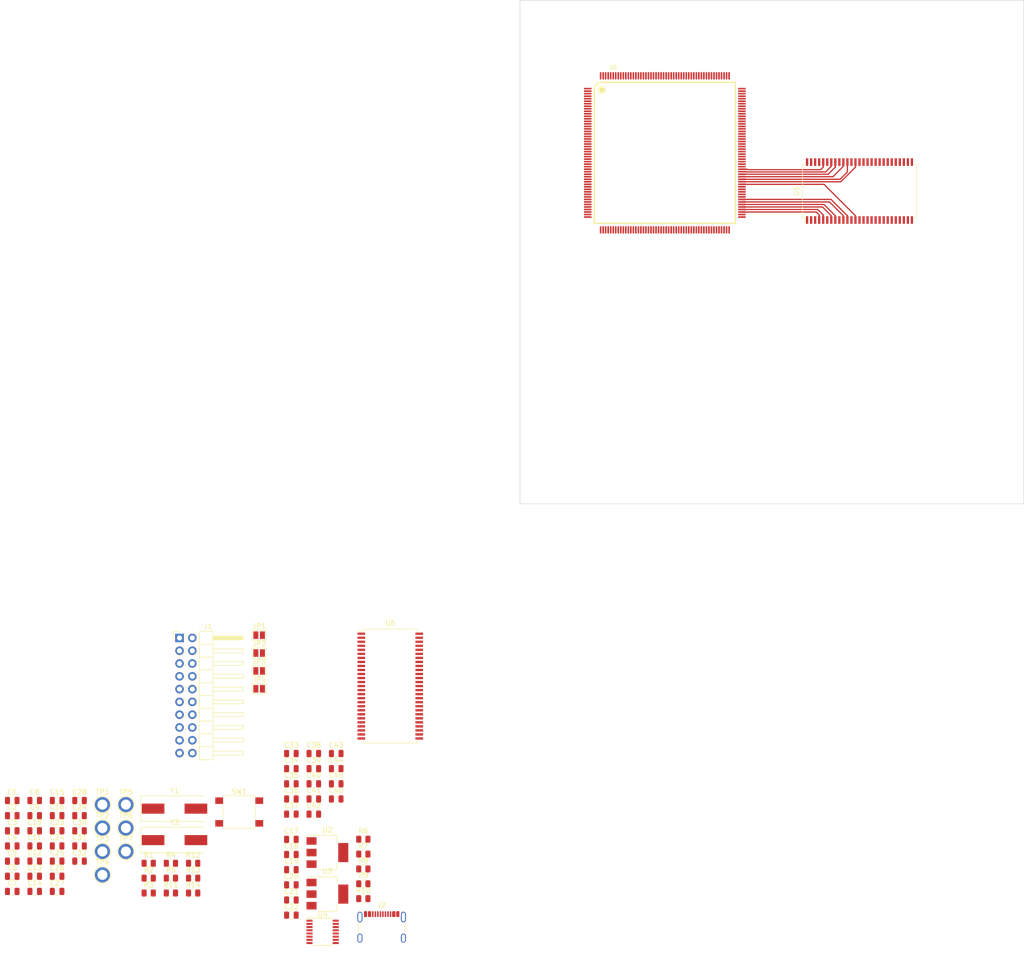
<source format=kicad_pcb>
(kicad_pcb (version 20221018) (generator pcbnew)
  (layers (0 "F.Cu" signal) (31 "B.Cu" signal) (34 "B.Paste" user) (35 "F.Paste" user) (36 "B.SilkS" user "B.Silkscreen") (37 "F.SilkS" user "F.Silkscreen") (38 "B.Mask" user) (39 "F.Mask" user) (44 "Edge.Cuts" user))
  (net 0 "")
  (net 1 "3V3")
  (net 2 "1V8")
  (net 3 "Net-(U1-XOUT)")
  (net 4 "Net-(U1-XIN)")
  (net 5 "Net-(U1-XOUT32)")
  (net 6 "Net-(U1-XIN32)")
  (net 7 "Net-(U4-3V3OUT)")
  (net 8 "Net-(U2-VI)")
  (net 9 "Net-(C19-Pad2)")
  (net 10 "Net-(C20-Pad2)")
  (net 11 "Net-(C23-Pad2)")
  (net 12 "Net-(U1-PLLRCA)")
  (net 13 "Net-(J1-Pin_3)")
  (net 14 "Net-(J1-Pin_5)")
  (net 15 "Net-(J1-Pin_7)")
  (net 16 "Net-(J1-Pin_9)")
  (net 17 "Net-(J1-Pin_11)")
  (net 18 "Net-(J1-Pin_13)")
  (net 19 "NRST")
  (net 20 "Net-(J1-Pin_17)")
  (net 21 "Net-(J1-Pin_19)")
  (net 22 "Net-(JP2-A)")
  (net 23 "Net-(U1-OSCSEL)")
  (net 24 "Net-(JP4-A)")
  (net 25 "Net-(U1-SHDN)")
  (net 26 "Net-(U1-WKUP)")
  (net 27 "Net-(U4-USBDM)")
  (net 28 "Net-(U4-USBDP)")
  (net 29 "Net-(U4-~{CTS})")
  (net 30 "Net-(J2-CC1)")
  (net 31 "Net-(J2-CC2)")
  (net 32 "PB14")
  (net 34 "PB15")
  (net 37 "BCD")
  (net 38 "SLEEP")
  (net 39 "D0")
  (net 40 "D1")
  (net 41 "D2")
  (net 42 "D3")
  (net 43 "D4")
  (net 44 "D5")
  (net 45 "D6")
  (net 46 "D7")
  (net 47 "A0")
  (net 48 "SDWE")
  (net 49 "CAS")
  (net 50 "RAS")
  (net 51 "SDCS")
  (net 52 "A16")
  (net 53 "A17")
  (net 54 "SDA10")
  (net 55 "A2")
  (net 56 "A3")
  (net 57 "A4")
  (net 58 "A5")
  (net 59 "A6")
  (net 60 "A7")
  (net 61 "A8")
  (net 62 "A9")
  (net 63 "A10")
  (net 64 "A11")
  (net 65 "A13")
  (net 66 "A14")
  (net 67 "SDCKE")
  (net 68 "SDCK")
  (net 69 "NBS1")
  (net 71 "D8")
  (net 72 "D9")
  (net 73 "D10")
  (net 74 "D11")
  (net 75 "D12")
  (net 76 "D13")
  (net 77 "D14")
  (net 78 "D15")
  (net 79 "D16")
  (net 80 "D17")
  (net 81 "D18")
  (net 82 "D19")
  (net 83 "D20")
  (net 84 "D21")
  (net 85 "D22")
  (net 86 "D23")
  (net 87 "A1")
  (net 88 "NBS3")
  (net 90 "D24")
  (net 91 "D25")
  (net 92 "D26")
  (net 93 "D27")
  (net 94 "D28")
  (net 95 "D29")
  (net 96 "D30")
  (net 97 "D31")
  (net 100 "PA24")
  (net 101 "PA25")
  (net 102 "PA26")
  (net 103 "PA27")
  (net 104 "PA28")
  (net 105 "PA29")
  (net 106 "PB0")
  (net 107 "PB1")
  (net 108 "PB2")
  (net 109 "PB3")
  (net 110 "PB4")
  (net 111 "PB5")
  (net 112 "PB6")
  (net 113 "PB7")
  (net 114 "PB8")
  (net 115 "PB9")
  (net 116 "PB16")
  (net 117 "PB17")
  (net 118 "PB18")
  (net 119 "PB19")
  (net 120 "Net-(JP1-B)")
  (net 122 "Net-(U1-JTAGSEL)")
  (net 123 "HDMA")
  (net 124 "HPDA")
  (net 125 "DDM")
  (net 126 "DDP")
  (net 128 "SPI0_NPCS1")
  (net 130 "NANDCS")
  (net 133 "A23")
  (net 136 "A24")
  (net 137 "NCS0")
  (net 138 "NRD")
  (net 139 "NWE")
  (net 140 "NANDOE")
  (net 141 "NANDWE")
  (net 142 "NANDCLE")
  (net 143 "NANDALE")
  (net 144 "A20")
  (net 145 "A19")
  (net 146 "A18")
  (net 147 "A15")
  (net 148 "A12")
  (net 149 "NWAIT")
  (net 153 "PB10")
  (net 154 "PB11")
  (net 155 "PB20")
  (net 156 "PB21")
  (net 157 "PB22")
  (net 158 "PB23")
  (net 159 "PB24")
  (net 160 "PB25")
  (net 161 "PB26")
  (net 162 "PB27")
  (net 163 "PB28")
  (net 164 "PB29")
  (net 165 "PB30")
  (net 166 "PB31")
  (net 167 "PA0")
  (net 168 "PA1")
  (net 169 "PA2")
  (net 170 "PA3")
  (net 171 "PA4")
  (net 172 "PA5")
  (net 173 "PA6")
  (net 174 "PA7")
  (net 175 "PA8")
  (net 176 "PA9")
  (net 177 "PA10")
  (net 178 "PA11")
  (net 179 "PA12")
  (net 180 "PA13")
  (net 181 "PA14")
  (net 182 "PA15")
  (net 183 "PA16")
  (net 184 "PA17")
  (net 185 "PA18")
  (net 186 "PA19")
  (net 187 "PA20")
  (net 188 "PA21")
  (net 189 "PA22")
  (net 190 "PA23")
  (net 191 "+1V8")
  (footprint "Capacitor_SMD:C_0805_2012Metric" (layer "F.Cu") (at -0.38 221.69)
    (fp_text reference "C22")
    (fp_text value "4.7uF")
  )
  (footprint "Capacitor_SMD:C_0805_2012Metric" (layer "F.Cu") (at -55.78 207.95)
    (fp_text reference "C4")
    (fp_text value "100nF")
  )
  (footprint "TestPoint:TestPoint_Plated_Hole_D2.0mm" (layer "F.Cu") (at -37.88 213.69)
    (fp_text reference "TP4")
    (fp_text value "A15")
  )
  (footprint "Capacitor_SMD:C_0805_2012Metric" (layer "F.Cu") (at -0.38 206.64)
    (fp_text reference "C17")
    (fp_text value "100nF")
  )
  (footprint "Capacitor_SMD:C_0805_2012Metric" (layer "F.Cu") (at -55.78 210.96)
    (fp_text reference "C5")
    (fp_text value "100nF")
  )
  (footprint "Capacitor_SMD:C_0805_2012Metric" (layer "F.Cu") (at -51.33 204.94)
    (fp_text reference "C10")
    (fp_text value "100nF")
  )
  (footprint "Resistor_SMD:R_0805_2012Metric" (layer "F.Cu") (at 13.9 215.46)
    (fp_text reference "R9")
    (fp_text value "5.1K")
  )
  (footprint "Capacitor_SMD:C_0805_2012Metric" (layer "F.Cu") (at 8.52 198.62)
    (fp_text reference "C46")
    (fp_text value "100nF")
  )
  (footprint "Capacitor_SMD:C_0805_2012Metric" (layer "F.Cu") (at -51.33 207.95)
    (fp_text reference "C11")
    (fp_text value "100nF")
  )
  (footprint "Capacitor_SMD:C_0805_2012Metric" (layer "F.Cu") (at 4.07 189.59)
    (fp_text reference "C38")
    (fp_text value "100nF")
  )
  (footprint "Jumper:SolderJumper-2_P1.3mm_Open_Pad1.0x1.5mm" (layer "F.Cu") (at -6.78 169.64)
    (fp_text reference "JP2")
    (fp_text value "SolderJumper_2_Open")
  )
  (footprint "Package_SO:TSOP-II-54_22.2x10.16mm_P0.8mm" (layer "F.Cu") (at 19.25 176.2)
    (fp_text reference "U6")
    (fp_text value "H57V2562GTR-75C")
  )
  (footprint "Capacitor_SMD:C_0805_2012Metric" (layer "F.Cu") (at 8.52 189.59)
    (fp_text reference "C43")
    (fp_text value "100nF")
  )
  (footprint "Capacitor_SMD:C_0805_2012Metric" (layer "F.Cu") (at -0.38 218.68)
    (fp_text reference "C21")
    (fp_text value "100nF")
  )
  (footprint "Button_Switch_SMD:SW_Push_1P1T_NO_6x6mm_H9.5mm" (layer "F.Cu") (at -10.73 201.205)
    (fp_text reference "SW1")
    (fp_text value "SW_Push")
  )
  (footprint "Resistor_SMD:R_0805_2012Metric" (layer "F.Cu") (at -28.7 217.29)
    (fp_text reference "R3")
    (fp_text value "100K")
  )
  (footprint "Resistor_SMD:R_0805_2012Metric" (layer "F.Cu") (at 13.9 212.51)
    (fp_text reference "R8")
    (fp_text value "100K")
  )
  (footprint "Resistor_SMD:R_0805_2012Metric" (layer "F.Cu") (at -24.29 217.29)
    (fp_text reference "R11")
    (fp_text value "100K")
  )
  (footprint "Capacitor_SMD:C_0805_2012Metric" (layer "F.Cu") (at -0.38 209.65)
    (fp_text reference "C18")
    (fp_text value "10nF")
  )
  (footprint "Capacitor_SMD:C_0805_2012Metric" (layer "F.Cu") (at -51.33 210.96)
    (fp_text reference "C12")
    (fp_text value "100nF")
  )
  (footprint "Capacitor_SMD:C_0805_2012Metric" (layer "F.Cu") (at 4.07 198.62)
    (fp_text reference "C41")
    (fp_text value "100nF")
  )
  (footprint "Connector_USB:USB_C_Receptacle_GCT_USB4105-xx-A_16P_TopMnt_Horizontal" (layer "F.Cu") (at 17.54 225.17)
    (fp_text reference "J2")
    (fp_text value "USB4105-GF-A ")
  )
  (footprint "TestPoint:TestPoint_Plated_Hole_D2.0mm" (layer "F.Cu") (at -33.23 199.74)
    (fp_text reference "TP5")
    (fp_text value "A12")
  )
  (footprint "Package_SO:SSOP-16_3.9x4.9mm_P0.635mm" (layer "F.Cu") (at 5.82 225.01)
    (fp_text reference "U4")
    (fp_text value "FT230XS")
  )
  (footprint "Capacitor_SMD:C_0805_2012Metric" (layer "F.Cu") (at -51.33 216.98)
    (fp_text reference "C14")
    (fp_text value "10pF")
  )
  (footprint "Resistor_SMD:R_0805_2012Metric" (layer "F.Cu") (at -28.7 214.34)
    (fp_text reference "R2")
    (fp_text value "100K")
  )
  (footprint "Package_TO_SOT_SMD:SOT-223-3_TabPin2" (layer "F.Cu") (at 6.77 217.51)
    (fp_text reference "U3")
    (fp_text value "TLV1117-33")
  )
  (footprint "Capacitor_SMD:C_0805_2012Metric" (layer "F.Cu") (at -51.33 198.92)
    (fp_text reference "C8")
    (fp_text value "100nF")
  )
  (footprint "Package_SO:TSOP-II-54_22.2x10.16mm_P0.8mm" (layer "F.Cu") (at 112.383 77.886 90)
    (fp_text reference "U5")
    (fp_text value "H57V2562GTR-75C")
  )
  (footprint "Capacitor_SMD:C_0805_2012Metric" (layer "F.Cu") (at -0.38 201.63)
    (fp_text reference "C37")
    (fp_text value "100nF")
  )
  (footprint "Jumper:SolderJumper-2_P1.3mm_Open_Pad1.0x1.5mm" (layer "F.Cu") (at -6.78 166.09)
    (fp_text reference "JP1")
    (fp_text value "SolderJumper_2_Open")
  )
  (footprint "Resistor_SMD:R_0805_2012Metric" (layer "F.Cu") (at -28.7 211.39)
    (fp_text reference "R1")
    (fp_text value "100K")
  )
  (footprint "Capacitor_SMD:C_0805_2012Metric" (layer "F.Cu") (at 4.07 201.63)
    (fp_text reference "C42")
    (fp_text value "100nF")
  )
  (footprint "Crystal:Crystal_SMD_HC49-SD" (layer "F.Cu") (at -23.58 206.79)
    (fp_text reference "Y2")
    (fp_text value "18.432MHz")
  )
  (footprint "Capacitor_SMD:C_0805_2012Metric" (layer "F.Cu") (at -42.43 204.94)
    (fp_text reference "C30")
    (fp_text value "100nF")
  )
  (footprint "Crystal:Crystal_SMD_HC49-SD" (layer "F.Cu") (at -23.58 200.54)
    (fp_text reference "Y1")
    (fp_text value "32.768kHz")
  )
  (footprint "Capacitor_SMD:C_0805_2012Metric" (layer "F.Cu") (at -51.33 213.97)
    (fp_text reference "C13")
    (fp_text value "10pF")
  )
  (footprint "Capacitor_SMD:C_0805_2012Metric" (layer "F.Cu") (at -46.88 204.94)
    (fp_text reference "C23")
    (fp_text value "10nF")
  )
  (footprint "Resistor_SMD:R_0805_2012Metric" (layer "F.Cu") (at 13.9 209.56)
    (fp_text reference "R7")
    (fp_text value "27")
  )
  (footprint "Capacitor_SMD:C_0805_2012Metric" (layer "F.Cu") (at 8.52 192.6)
    (fp_text reference "C44")
    (fp_text value "100nF")
  )
  (footprint "GhazanCustom:PQFP208" (layer "F.Cu") (at 73.75 70.3)
    (fp_text reference "U1")
    (fp_text value "AT91SAM9260B-QU")
  )
  (footprint "Capacitor_SMD:C_0805_2012Metric" (layer "F.Cu") (at -42.43 210.96)
    (fp_text reference "C32")
    (fp_text value "100nF")
  )
  (footprint "Capacitor_SMD:C_0805_2012Metric" (layer "F.Cu") (at 8.52 195.61)
    (fp_text reference "C45")
    (fp_text value "100nF")
  )
  (footprint "Capacitor_SMD:C_0805_2012Metric" (layer "F.Cu") (at -0.38 195.61)
    (fp_text reference "C35")
    (fp_text value "100nF")
  )
  (footprint "Capacitor_SMD:C_0805_2012Metric" (layer "F.Cu") (at -0.38 212.66)
    (fp_text reference "C19")
    (fp_text value "47pF")
  )
  (footprint "Capacitor_SMD:C_0805_2012Metric" (layer "F.Cu") (at -46.88 201.93)
    (fp_text reference "C16")
    (fp_text value "10pF")
  )
  (footprint "Capacitor_SMD:C_0805_2012Metric" (layer "F.Cu") (at -46.88 198.92)
    (fp_text reference "C15")
    (fp_text value "10pF")
  )
  (footprint "Capacitor_SMD:C_0805_2012Metric" (layer "F.Cu") (at -55.78 198.92)
    (fp_text reference "C1")
    (fp_text value "100nF")
  )
  (footprint "Connector_PinHeader_2.54mm:PinHeader_2x10_P2.54mm_Horizontal" (layer "F.Cu") (at -22.58 166.64)
    (fp_text reference "J1")
    (fp_text value "Conn_02x10_Odd_Even")
  )
  (footprint "Jumper:SolderJumper-2_P1.3mm_Open_Pad1.0x1.5mm" (layer "F.Cu") (at -6.78 176.74)
    (fp_text reference "JP4")
    (fp_text value "SolderJumper_2_Open")
  )
  (footprint "Capacitor_SMD:C_0805_2012Metric" (layer "F.Cu") (at -55.78 201.93)
    (fp_text reference "C2")
    (fp_text value "100nF")
  )
  (footprint "Capacitor_SMD:C_0805_2012Metric" (layer "F.Cu") (at -0.38 192.6)
    (fp_text reference "C34")
    (fp_text value "100nF")
  )
  (footprint "Capacitor_SMD:C_0805_2012Metric" (layer "F.Cu") (at 4.07 192.6)
    (fp_text reference "C39")
    (fp_text value "100nF")
  )
  (footprint "Resistor_SMD:R_0805_2012Metric" (layer "F.Cu") (at 13.9 206.61)
    (fp_text reference "R6")
    (fp_text value "27")
  )
  (footprint "Capacitor_SMD:C_0805_2012Metric" (layer "F.Cu") (at -46.88 210.96)
    (fp_text reference "C25")
    (fp_text value "100nF")
  )
  (footprint "Capacitor_SMD:C_0805_2012Metric" (layer "F.Cu") (at -55.78 204.94)
    (fp_text reference "C3")
    (fp_text value "100nF")
  )
  (footprint "Capacitor_SMD:C_0805_2012Metric" (layer "F.Cu") (at -55.78 216.98)
    (fp_text reference "C7")
    (fp_text value "100nF")
  )
  (footprint "Capacitor_SMD:C_0805_2012Metric" (layer "F.Cu") (at -55.78 213.97)
    (fp_text reference "C6")
    (fp_text value "100nF")
  )
  (footprint "Capacitor_SMD:C_0805_2012Metric" (layer "F.Cu") (at -46.88 213.97)
    (fp_text reference "C26")
    (fp_text value "100nF")
  )
  (footprint "Capacitor_SMD:C_0805_2012Metric" (layer "F.Cu") (at -0.38 198.62)
    (fp_text reference "C36")
    (fp_text value "100nF")
  )
  (footprint "TestPoint:TestPoint_Plated_Hole_D2.0mm" (layer "F.Cu") (at -37.88 199.74)
    (fp_text reference "TP1")
    (fp_text value "TestPoint_Small")
  )
  (footprint "Resistor_SMD:R_0805_2012Metric" (layer "F.Cu") (at 13.9 218.41)
    (fp_text reference "R10")
    (fp_text value "5.1K")
  )
  (footprint "TestPoint:TestPoint_Plated_Hole_D2.0mm" (layer "F.Cu") (at -37.88 204.39)
    (fp_text reference "TP2")
    (fp_text value "TestPoint_Small")
  )
  (footprint "TestPoint:TestPoint_Plated_Hole_D2.0mm" (layer "F.Cu") (at -33.23 209.04)
    (fp_text reference "TP7")
    (fp_text value "A12")
  )
  (footprint "Package_TO_SOT_SMD:SOT-223-3_TabPin2" (layer "F.Cu") (at 6.77 209.26)
    (fp_text reference "U2")
    (fp_text value "TLV1117-18")
  )
  (footprint "Resistor_SMD:R_0805_2012Metric" (layer "F.Cu") (at -19.88 217.29)
    (fp_text reference "R14")
    (fp_text value "1K")
  )
  (footprint "Capacitor_SMD:C_0805_2012Metric" (layer "F.Cu") (at -51.33 201.93)
    (fp_text reference "C9")
    (fp_text value "100nF")
  )
  (footprint "Capacitor_SMD:C_0805_2012Metric" (layer "F.Cu") (at -46.88 216.98)
    (fp_text reference "C27")
    (fp_text value "100nF")
  )
  (footprint "TestPoint:TestPoint_Plated_Hole_D2.0mm" (layer "F.Cu") (at -33.23 204.39)
    (fp_text reference "TP6")
    (fp_text value "JTAGSEL")
  )
  (footprint "Capacitor_SMD:C_0805_2012Metric" (layer "F.Cu") (at -0.38 189.59)
    (fp_text reference "C33")
    (fp_text value "100nF")
  )
  (footprint "Resistor_SMD:R_0805_2012Metric" (layer "F.Cu") (at -19.88 214.34)
    (fp_text reference "R13")
    (fp_text value "100K")
  )
  (footprint "Capacitor_SMD:C_0805_2012Metric" (layer "F.Cu") (at -42.43 207.95)
    (fp_text reference "C31")
    (fp_text value "100nF")
  )
  (footprint "TestPoint:TestPoint_Plated_Hole_D2.0mm" (layer "F.Cu") (at -37.88 209.04)
    (fp_text reference "TP3")
    (fp_text value "A12")
  )
  (footprint "Jumper:SolderJumper-2_P1.3mm_Open_Pad1.0x1.5mm" (layer "F.Cu") (at -6.78 173.19)
    (fp_text reference "JP3")
    (fp_text value "SolderJumper_2_Open")
  )
  (footprint "Capacitor_SMD:C_0805_2012Metric" (layer "F.Cu") (at -0.38 215.67)
    (fp_text reference "C20")
    (fp_text value "47pF")
  )
  (footprint "Resistor_SMD:R_0805_2012Metric" (layer "F.Cu") (at -24.29 211.39)
    (fp_text reference "R4")
    (fp_text value "1.6M")
  )
  (footprint "Capacitor_SMD:C_0805_2012Metric" (layer "F.Cu") (at -46.88 207.95)
    (fp_text reference "C24")
    (fp_text value "1nF")
  )
  (footprint "Resistor_SMD:R_0805_2012Metric" (layer "F.Cu") (at -19.88 211.39)
    (fp_text reference "R12")
    (fp_text value "100K")
  )
  (footprint "Capacitor_SMD:C_0805_2012Metric" (layer "F.Cu") (at -42.43 198.92)
    (fp_text reference "C28")
    (fp_text value "100nF")
  )
  (footprint "Resistor_SMD:R_0805_2012Metric" (layer "F.Cu") (at -24.29 214.34)
    (fp_text reference "R5")
    (fp_text value "100K")
  )
  (footprint "Capacitor_SMD:C_0805_2012Metric" (layer "F.Cu") (at -42.43 201.93)
    (fp_text reference "C29")
    (fp_text value "100nF")
  )
  (footprint "Capacitor_SMD:C_0805_2012Metric" (layer "F.Cu") (at 4.07 195.61)
    (fp_text reference "C40")
    (fp_text value "100nF")
  )
  (gr_rect (start 45 40) (end 145 140) (stroke (width 0.1)) (fill none) (layer "Edge.Cuts"))
  (segment (start 89.05 82.05) (end 103.802 82.05) (width 0.25) (layer "F.Cu") (net 40))
  (segment (start 104.383 82.631) (end 104.383 83.636) (width 0.25) (layer "F.Cu") (net 40))
  (segment (start 103.802 82.05) (end 104.383 82.631) (width 0.25) (layer "F.Cu") (net 40))
  (segment (start 89.05 81.55) (end 104.102 81.55) (width 0.25) (layer "F.Cu") (net 41))
  (segment (start 105.183 82.631) (end 105.183 83.636) (width 0.25) (layer "F.Cu") (net 41))
  (segment (start 104.102 81.55) (end 105.183 82.631) (width 0.25) (layer "F.Cu") (net 41))
  (segment (start 106.783 82.802) (end 106.783 83.636) (width 0.25) (layer "F.Cu") (net 42))
  (segment (start 105.031 81.05) (end 106.783 82.802) (width 0.25) (layer "F.Cu") (net 42))
  (segment (start 89.05 81.05) (end 105.031 81.05) (width 0.25) (layer "F.Cu") (net 42))
  (segment (start 105.331 80.55) (end 107.583 82.802) (width 0.25) (layer "F.Cu") (net 43))
  (segment (start 89.05 80.55) (end 105.331 80.55) (width 0.25) (layer "F.Cu") (net 43))
  (segment (start 107.583 82.802) (end 107.583 83.636) (width 0.25) (layer "F.Cu") (net 43))
  (segment (start 106.431 80.05) (end 109.183 82.802) (width 0.25) (layer "F.Cu") (net 44))
  (segment (start 89.05 80.05) (end 106.431 80.05) (width 0.25) (layer "F.Cu") (net 44))
  (segment (start 109.183 82.802) (end 109.183 83.636) (width 0.25) (layer "F.Cu") (net 44))
  (segment (start 106.731 79.55) (end 109.983 82.802) (width 0.25) (layer "F.Cu") (net 45))
  (segment (start 89.05 79.55) (end 106.731 79.55) (width 0.25) (layer "F.Cu") (net 45))
  (segment (start 109.983 82.802) (end 109.983 83.636) (width 0.25) (layer "F.Cu") (net 45))
  (segment (start 105.331 76.55) (end 111.583 82.802) (width 0.25) (layer "F.Cu") (net 46))
  (segment (start 111.583 82.802) (end 111.583 83.636) (width 0.25) (layer "F.Cu") (net 46))
  (segment (start 89.05 76.55) (end 105.331 76.55) (width 0.25) (layer "F.Cu") (net 46))
  (segment (start 108.674 76.05) (end 111.583 73.141) (width 0.25) (layer "F.Cu") (net 71))
  (segment (start 111.583 73.141) (end 111.583 72.136) (width 0.25) (layer "F.Cu") (net 71))
  (segment (start 89.05 76.05) (end 108.674 76.05) (width 0.25) (layer "F.Cu") (net 71))
  (segment (start 108.537604 75.55) (end 109.983 74.104604) (width 0.25) (layer "F.Cu") (net 72))
  (segment (start 89.05 75.55) (end 108.537604 75.55) (width 0.25) (layer "F.Cu") (net 72))
  (segment (start 109.983 74.104604) (end 109.983 72.136) (width 0.25) (layer "F.Cu") (net 72))
  (segment (start 107.103 75.05) (end 109.183 72.97) (width 0.25) (layer "F.Cu") (net 73))
  (segment (start 89.05 75.05) (end 107.103 75.05) (width 0.25) (layer "F.Cu") (net 73))
  (segment (start 109.183 72.97) (end 109.183 72.136) (width 0.25) (layer "F.Cu") (net 73))
  (segment (start 107.583 73.141) (end 107.583 72.136) (width 0.25) (layer "F.Cu") (net 74))
  (segment (start 89.05 74.55) (end 106.174 74.55) (width 0.25) (layer "F.Cu") (net 74))
  (segment (start 106.174 74.55) (end 107.583 73.141) (width 0.25) (layer "F.Cu") (net 74))
  (segment (start 89.94819 74.1) (end 105.653 74.1) (width 0.25) (layer "F.Cu") (net 75))
  (segment (start 106.783 72.97) (end 106.783 72.136) (width 0.25) (layer "F.Cu") (net 75))
  (segment (start 105.653 74.1) (end 106.783 72.97) (width 0.25) (layer "F.Cu") (net 75))
  (segment (start 89.05 74.05) (end 89.89819 74.05) (width 0.25) (layer "F.Cu") (net 75))
  (segment (start 89.89819 74.05) (end 89.94819 74.1) (width 0.25) (layer "F.Cu") (net 75))
  (segment (start 104.674 73.65) (end 105.183 73.141) (width 0.25) (layer "F.Cu") (net 76))
  (segment (start 105.183 73.141) (end 105.183 72.136) (width 0.25) (layer "F.Cu") (net 76))
  (segment (start 90.034586 73.55) (end 90.134586 73.65) (width 0.25) (layer "F.Cu") (net 76))
  (segment (start 90.134586 73.65) (end 104.674 73.65) (width 0.25) (layer "F.Cu") (net 76))
  (segment (start 89.05 73.55) (end 90.034586 73.55) (width 0.25) (layer "F.Cu") (net 76))
)
</source>
